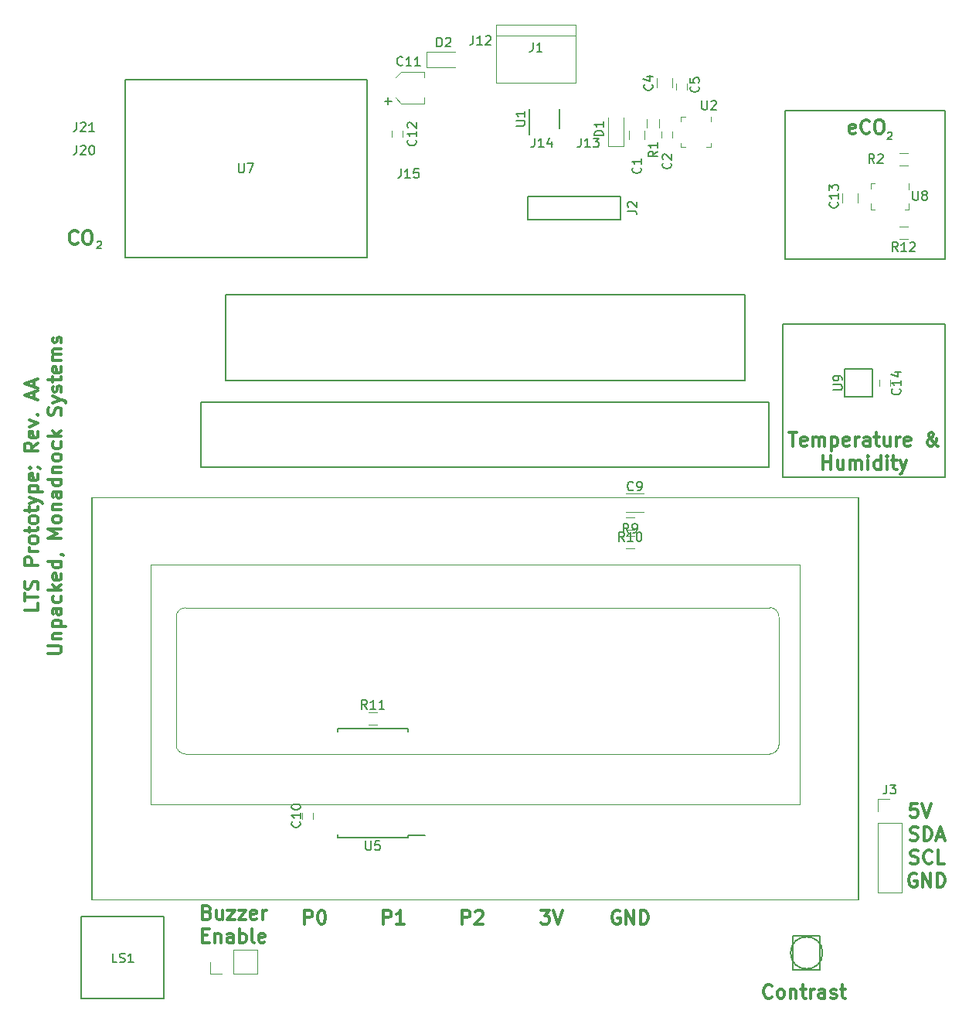
<source format=gbr>
G04 #@! TF.FileFunction,Legend,Top*
%FSLAX46Y46*%
G04 Gerber Fmt 4.6, Leading zero omitted, Abs format (unit mm)*
G04 Created by KiCad (PCBNEW 4.0.7) date Fri Feb 16 14:45:17 2018*
%MOMM*%
%LPD*%
G01*
G04 APERTURE LIST*
%ADD10C,0.100000*%
%ADD11C,0.300000*%
%ADD12C,0.200000*%
%ADD13C,0.190500*%
%ADD14C,0.150000*%
%ADD15C,0.120000*%
G04 APERTURE END LIST*
D10*
D11*
X95161571Y-92593427D02*
X95161571Y-93307713D01*
X93661571Y-93307713D01*
X93661571Y-92307713D02*
X93661571Y-91450570D01*
X95161571Y-91879141D02*
X93661571Y-91879141D01*
X95090143Y-91021999D02*
X95161571Y-90807713D01*
X95161571Y-90450570D01*
X95090143Y-90307713D01*
X95018714Y-90236284D01*
X94875857Y-90164856D01*
X94733000Y-90164856D01*
X94590143Y-90236284D01*
X94518714Y-90307713D01*
X94447286Y-90450570D01*
X94375857Y-90736284D01*
X94304429Y-90879142D01*
X94233000Y-90950570D01*
X94090143Y-91021999D01*
X93947286Y-91021999D01*
X93804429Y-90950570D01*
X93733000Y-90879142D01*
X93661571Y-90736284D01*
X93661571Y-90379142D01*
X93733000Y-90164856D01*
X95161571Y-88379142D02*
X93661571Y-88379142D01*
X93661571Y-87807714D01*
X93733000Y-87664856D01*
X93804429Y-87593428D01*
X93947286Y-87521999D01*
X94161571Y-87521999D01*
X94304429Y-87593428D01*
X94375857Y-87664856D01*
X94447286Y-87807714D01*
X94447286Y-88379142D01*
X95161571Y-86879142D02*
X94161571Y-86879142D01*
X94447286Y-86879142D02*
X94304429Y-86807714D01*
X94233000Y-86736285D01*
X94161571Y-86593428D01*
X94161571Y-86450571D01*
X95161571Y-85736285D02*
X95090143Y-85879143D01*
X95018714Y-85950571D01*
X94875857Y-86022000D01*
X94447286Y-86022000D01*
X94304429Y-85950571D01*
X94233000Y-85879143D01*
X94161571Y-85736285D01*
X94161571Y-85522000D01*
X94233000Y-85379143D01*
X94304429Y-85307714D01*
X94447286Y-85236285D01*
X94875857Y-85236285D01*
X95018714Y-85307714D01*
X95090143Y-85379143D01*
X95161571Y-85522000D01*
X95161571Y-85736285D01*
X94161571Y-84807714D02*
X94161571Y-84236285D01*
X93661571Y-84593428D02*
X94947286Y-84593428D01*
X95090143Y-84522000D01*
X95161571Y-84379142D01*
X95161571Y-84236285D01*
X95161571Y-83521999D02*
X95090143Y-83664857D01*
X95018714Y-83736285D01*
X94875857Y-83807714D01*
X94447286Y-83807714D01*
X94304429Y-83736285D01*
X94233000Y-83664857D01*
X94161571Y-83521999D01*
X94161571Y-83307714D01*
X94233000Y-83164857D01*
X94304429Y-83093428D01*
X94447286Y-83021999D01*
X94875857Y-83021999D01*
X95018714Y-83093428D01*
X95090143Y-83164857D01*
X95161571Y-83307714D01*
X95161571Y-83521999D01*
X94161571Y-82593428D02*
X94161571Y-82021999D01*
X93661571Y-82379142D02*
X94947286Y-82379142D01*
X95090143Y-82307714D01*
X95161571Y-82164856D01*
X95161571Y-82021999D01*
X94161571Y-81664856D02*
X95161571Y-81307713D01*
X94161571Y-80950571D02*
X95161571Y-81307713D01*
X95518714Y-81450571D01*
X95590143Y-81521999D01*
X95661571Y-81664856D01*
X94161571Y-80379142D02*
X95661571Y-80379142D01*
X94233000Y-80379142D02*
X94161571Y-80236285D01*
X94161571Y-79950571D01*
X94233000Y-79807714D01*
X94304429Y-79736285D01*
X94447286Y-79664856D01*
X94875857Y-79664856D01*
X95018714Y-79736285D01*
X95090143Y-79807714D01*
X95161571Y-79950571D01*
X95161571Y-80236285D01*
X95090143Y-80379142D01*
X95090143Y-78450571D02*
X95161571Y-78593428D01*
X95161571Y-78879142D01*
X95090143Y-79021999D01*
X94947286Y-79093428D01*
X94375857Y-79093428D01*
X94233000Y-79021999D01*
X94161571Y-78879142D01*
X94161571Y-78593428D01*
X94233000Y-78450571D01*
X94375857Y-78379142D01*
X94518714Y-78379142D01*
X94661571Y-79093428D01*
X95090143Y-77664857D02*
X95161571Y-77664857D01*
X95304429Y-77736285D01*
X95375857Y-77807714D01*
X94233000Y-77736285D02*
X94304429Y-77664857D01*
X94375857Y-77736285D01*
X94304429Y-77807714D01*
X94233000Y-77736285D01*
X94375857Y-77736285D01*
X95161571Y-75021999D02*
X94447286Y-75521999D01*
X95161571Y-75879142D02*
X93661571Y-75879142D01*
X93661571Y-75307714D01*
X93733000Y-75164856D01*
X93804429Y-75093428D01*
X93947286Y-75021999D01*
X94161571Y-75021999D01*
X94304429Y-75093428D01*
X94375857Y-75164856D01*
X94447286Y-75307714D01*
X94447286Y-75879142D01*
X95090143Y-73807714D02*
X95161571Y-73950571D01*
X95161571Y-74236285D01*
X95090143Y-74379142D01*
X94947286Y-74450571D01*
X94375857Y-74450571D01*
X94233000Y-74379142D01*
X94161571Y-74236285D01*
X94161571Y-73950571D01*
X94233000Y-73807714D01*
X94375857Y-73736285D01*
X94518714Y-73736285D01*
X94661571Y-74450571D01*
X94161571Y-73236285D02*
X95161571Y-72879142D01*
X94161571Y-72522000D01*
X95018714Y-71950571D02*
X95090143Y-71879143D01*
X95161571Y-71950571D01*
X95090143Y-72022000D01*
X95018714Y-71950571D01*
X95161571Y-71950571D01*
X94733000Y-70164857D02*
X94733000Y-69450571D01*
X95161571Y-70307714D02*
X93661571Y-69807714D01*
X95161571Y-69307714D01*
X94733000Y-68879143D02*
X94733000Y-68164857D01*
X95161571Y-69022000D02*
X93661571Y-68522000D01*
X95161571Y-68022000D01*
X96211571Y-98057715D02*
X97425857Y-98057715D01*
X97568714Y-97986287D01*
X97640143Y-97914858D01*
X97711571Y-97772001D01*
X97711571Y-97486287D01*
X97640143Y-97343429D01*
X97568714Y-97272001D01*
X97425857Y-97200572D01*
X96211571Y-97200572D01*
X96711571Y-96486286D02*
X97711571Y-96486286D01*
X96854429Y-96486286D02*
X96783000Y-96414858D01*
X96711571Y-96272000D01*
X96711571Y-96057715D01*
X96783000Y-95914858D01*
X96925857Y-95843429D01*
X97711571Y-95843429D01*
X96711571Y-95129143D02*
X98211571Y-95129143D01*
X96783000Y-95129143D02*
X96711571Y-94986286D01*
X96711571Y-94700572D01*
X96783000Y-94557715D01*
X96854429Y-94486286D01*
X96997286Y-94414857D01*
X97425857Y-94414857D01*
X97568714Y-94486286D01*
X97640143Y-94557715D01*
X97711571Y-94700572D01*
X97711571Y-94986286D01*
X97640143Y-95129143D01*
X97711571Y-93129143D02*
X96925857Y-93129143D01*
X96783000Y-93200572D01*
X96711571Y-93343429D01*
X96711571Y-93629143D01*
X96783000Y-93772000D01*
X97640143Y-93129143D02*
X97711571Y-93272000D01*
X97711571Y-93629143D01*
X97640143Y-93772000D01*
X97497286Y-93843429D01*
X97354429Y-93843429D01*
X97211571Y-93772000D01*
X97140143Y-93629143D01*
X97140143Y-93272000D01*
X97068714Y-93129143D01*
X97640143Y-91772000D02*
X97711571Y-91914857D01*
X97711571Y-92200571D01*
X97640143Y-92343429D01*
X97568714Y-92414857D01*
X97425857Y-92486286D01*
X96997286Y-92486286D01*
X96854429Y-92414857D01*
X96783000Y-92343429D01*
X96711571Y-92200571D01*
X96711571Y-91914857D01*
X96783000Y-91772000D01*
X97711571Y-91129143D02*
X96211571Y-91129143D01*
X97140143Y-90986286D02*
X97711571Y-90557715D01*
X96711571Y-90557715D02*
X97283000Y-91129143D01*
X97640143Y-89343429D02*
X97711571Y-89486286D01*
X97711571Y-89772000D01*
X97640143Y-89914857D01*
X97497286Y-89986286D01*
X96925857Y-89986286D01*
X96783000Y-89914857D01*
X96711571Y-89772000D01*
X96711571Y-89486286D01*
X96783000Y-89343429D01*
X96925857Y-89272000D01*
X97068714Y-89272000D01*
X97211571Y-89986286D01*
X97711571Y-87986286D02*
X96211571Y-87986286D01*
X97640143Y-87986286D02*
X97711571Y-88129143D01*
X97711571Y-88414857D01*
X97640143Y-88557715D01*
X97568714Y-88629143D01*
X97425857Y-88700572D01*
X96997286Y-88700572D01*
X96854429Y-88629143D01*
X96783000Y-88557715D01*
X96711571Y-88414857D01*
X96711571Y-88129143D01*
X96783000Y-87986286D01*
X97640143Y-87200572D02*
X97711571Y-87200572D01*
X97854429Y-87272000D01*
X97925857Y-87343429D01*
X97711571Y-85414857D02*
X96211571Y-85414857D01*
X97283000Y-84914857D01*
X96211571Y-84414857D01*
X97711571Y-84414857D01*
X97711571Y-83486285D02*
X97640143Y-83629143D01*
X97568714Y-83700571D01*
X97425857Y-83772000D01*
X96997286Y-83772000D01*
X96854429Y-83700571D01*
X96783000Y-83629143D01*
X96711571Y-83486285D01*
X96711571Y-83272000D01*
X96783000Y-83129143D01*
X96854429Y-83057714D01*
X96997286Y-82986285D01*
X97425857Y-82986285D01*
X97568714Y-83057714D01*
X97640143Y-83129143D01*
X97711571Y-83272000D01*
X97711571Y-83486285D01*
X96711571Y-82343428D02*
X97711571Y-82343428D01*
X96854429Y-82343428D02*
X96783000Y-82272000D01*
X96711571Y-82129142D01*
X96711571Y-81914857D01*
X96783000Y-81772000D01*
X96925857Y-81700571D01*
X97711571Y-81700571D01*
X97711571Y-80343428D02*
X96925857Y-80343428D01*
X96783000Y-80414857D01*
X96711571Y-80557714D01*
X96711571Y-80843428D01*
X96783000Y-80986285D01*
X97640143Y-80343428D02*
X97711571Y-80486285D01*
X97711571Y-80843428D01*
X97640143Y-80986285D01*
X97497286Y-81057714D01*
X97354429Y-81057714D01*
X97211571Y-80986285D01*
X97140143Y-80843428D01*
X97140143Y-80486285D01*
X97068714Y-80343428D01*
X97711571Y-78986285D02*
X96211571Y-78986285D01*
X97640143Y-78986285D02*
X97711571Y-79129142D01*
X97711571Y-79414856D01*
X97640143Y-79557714D01*
X97568714Y-79629142D01*
X97425857Y-79700571D01*
X96997286Y-79700571D01*
X96854429Y-79629142D01*
X96783000Y-79557714D01*
X96711571Y-79414856D01*
X96711571Y-79129142D01*
X96783000Y-78986285D01*
X96711571Y-78271999D02*
X97711571Y-78271999D01*
X96854429Y-78271999D02*
X96783000Y-78200571D01*
X96711571Y-78057713D01*
X96711571Y-77843428D01*
X96783000Y-77700571D01*
X96925857Y-77629142D01*
X97711571Y-77629142D01*
X97711571Y-76700570D02*
X97640143Y-76843428D01*
X97568714Y-76914856D01*
X97425857Y-76986285D01*
X96997286Y-76986285D01*
X96854429Y-76914856D01*
X96783000Y-76843428D01*
X96711571Y-76700570D01*
X96711571Y-76486285D01*
X96783000Y-76343428D01*
X96854429Y-76271999D01*
X96997286Y-76200570D01*
X97425857Y-76200570D01*
X97568714Y-76271999D01*
X97640143Y-76343428D01*
X97711571Y-76486285D01*
X97711571Y-76700570D01*
X97640143Y-74914856D02*
X97711571Y-75057713D01*
X97711571Y-75343427D01*
X97640143Y-75486285D01*
X97568714Y-75557713D01*
X97425857Y-75629142D01*
X96997286Y-75629142D01*
X96854429Y-75557713D01*
X96783000Y-75486285D01*
X96711571Y-75343427D01*
X96711571Y-75057713D01*
X96783000Y-74914856D01*
X97711571Y-74271999D02*
X96211571Y-74271999D01*
X97140143Y-74129142D02*
X97711571Y-73700571D01*
X96711571Y-73700571D02*
X97283000Y-74271999D01*
X97640143Y-71986285D02*
X97711571Y-71771999D01*
X97711571Y-71414856D01*
X97640143Y-71271999D01*
X97568714Y-71200570D01*
X97425857Y-71129142D01*
X97283000Y-71129142D01*
X97140143Y-71200570D01*
X97068714Y-71271999D01*
X96997286Y-71414856D01*
X96925857Y-71700570D01*
X96854429Y-71843428D01*
X96783000Y-71914856D01*
X96640143Y-71986285D01*
X96497286Y-71986285D01*
X96354429Y-71914856D01*
X96283000Y-71843428D01*
X96211571Y-71700570D01*
X96211571Y-71343428D01*
X96283000Y-71129142D01*
X96711571Y-70629142D02*
X97711571Y-70271999D01*
X96711571Y-69914857D02*
X97711571Y-70271999D01*
X98068714Y-70414857D01*
X98140143Y-70486285D01*
X98211571Y-70629142D01*
X97640143Y-69414857D02*
X97711571Y-69272000D01*
X97711571Y-68986285D01*
X97640143Y-68843428D01*
X97497286Y-68772000D01*
X97425857Y-68772000D01*
X97283000Y-68843428D01*
X97211571Y-68986285D01*
X97211571Y-69200571D01*
X97140143Y-69343428D01*
X96997286Y-69414857D01*
X96925857Y-69414857D01*
X96783000Y-69343428D01*
X96711571Y-69200571D01*
X96711571Y-68986285D01*
X96783000Y-68843428D01*
X96711571Y-68343428D02*
X96711571Y-67771999D01*
X96211571Y-68129142D02*
X97497286Y-68129142D01*
X97640143Y-68057714D01*
X97711571Y-67914856D01*
X97711571Y-67771999D01*
X97640143Y-66700571D02*
X97711571Y-66843428D01*
X97711571Y-67129142D01*
X97640143Y-67271999D01*
X97497286Y-67343428D01*
X96925857Y-67343428D01*
X96783000Y-67271999D01*
X96711571Y-67129142D01*
X96711571Y-66843428D01*
X96783000Y-66700571D01*
X96925857Y-66629142D01*
X97068714Y-66629142D01*
X97211571Y-67343428D01*
X97711571Y-65986285D02*
X96711571Y-65986285D01*
X96854429Y-65986285D02*
X96783000Y-65914857D01*
X96711571Y-65771999D01*
X96711571Y-65557714D01*
X96783000Y-65414857D01*
X96925857Y-65343428D01*
X97711571Y-65343428D01*
X96925857Y-65343428D02*
X96783000Y-65271999D01*
X96711571Y-65129142D01*
X96711571Y-64914857D01*
X96783000Y-64771999D01*
X96925857Y-64700571D01*
X97711571Y-64700571D01*
X97640143Y-64057714D02*
X97711571Y-63914857D01*
X97711571Y-63629142D01*
X97640143Y-63486285D01*
X97497286Y-63414857D01*
X97425857Y-63414857D01*
X97283000Y-63486285D01*
X97211571Y-63629142D01*
X97211571Y-63843428D01*
X97140143Y-63986285D01*
X96997286Y-64057714D01*
X96925857Y-64057714D01*
X96783000Y-63986285D01*
X96711571Y-63843428D01*
X96711571Y-63629142D01*
X96783000Y-63486285D01*
D12*
X194564000Y-61976000D02*
X192786000Y-61976000D01*
X194564000Y-78740000D02*
X194564000Y-76454000D01*
X191262000Y-78740000D02*
X194564000Y-78740000D01*
X176784000Y-78740000D02*
X176784000Y-76454000D01*
X176784000Y-61976000D02*
X178308000Y-61976000D01*
D11*
X158877143Y-126250000D02*
X158734286Y-126178571D01*
X158520000Y-126178571D01*
X158305715Y-126250000D01*
X158162857Y-126392857D01*
X158091429Y-126535714D01*
X158020000Y-126821429D01*
X158020000Y-127035714D01*
X158091429Y-127321429D01*
X158162857Y-127464286D01*
X158305715Y-127607143D01*
X158520000Y-127678571D01*
X158662857Y-127678571D01*
X158877143Y-127607143D01*
X158948572Y-127535714D01*
X158948572Y-127035714D01*
X158662857Y-127035714D01*
X159591429Y-127678571D02*
X159591429Y-126178571D01*
X160448572Y-127678571D01*
X160448572Y-126178571D01*
X161162858Y-127678571D02*
X161162858Y-126178571D01*
X161520001Y-126178571D01*
X161734286Y-126250000D01*
X161877144Y-126392857D01*
X161948572Y-126535714D01*
X162020001Y-126821429D01*
X162020001Y-127035714D01*
X161948572Y-127321429D01*
X161877144Y-127464286D01*
X161734286Y-127607143D01*
X161520001Y-127678571D01*
X161162858Y-127678571D01*
X150241144Y-126178571D02*
X151169715Y-126178571D01*
X150669715Y-126750000D01*
X150884001Y-126750000D01*
X151026858Y-126821429D01*
X151098287Y-126892857D01*
X151169715Y-127035714D01*
X151169715Y-127392857D01*
X151098287Y-127535714D01*
X151026858Y-127607143D01*
X150884001Y-127678571D01*
X150455429Y-127678571D01*
X150312572Y-127607143D01*
X150241144Y-127535714D01*
X151598286Y-126178571D02*
X152098286Y-127678571D01*
X152598286Y-126178571D01*
X141640858Y-127678571D02*
X141640858Y-126178571D01*
X142212286Y-126178571D01*
X142355144Y-126250000D01*
X142426572Y-126321429D01*
X142498001Y-126464286D01*
X142498001Y-126678571D01*
X142426572Y-126821429D01*
X142355144Y-126892857D01*
X142212286Y-126964286D01*
X141640858Y-126964286D01*
X143069429Y-126321429D02*
X143140858Y-126250000D01*
X143283715Y-126178571D01*
X143640858Y-126178571D01*
X143783715Y-126250000D01*
X143855144Y-126321429D01*
X143926572Y-126464286D01*
X143926572Y-126607143D01*
X143855144Y-126821429D01*
X142998001Y-127678571D01*
X143926572Y-127678571D01*
X133004858Y-127678571D02*
X133004858Y-126178571D01*
X133576286Y-126178571D01*
X133719144Y-126250000D01*
X133790572Y-126321429D01*
X133862001Y-126464286D01*
X133862001Y-126678571D01*
X133790572Y-126821429D01*
X133719144Y-126892857D01*
X133576286Y-126964286D01*
X133004858Y-126964286D01*
X135290572Y-127678571D02*
X134433429Y-127678571D01*
X134862001Y-127678571D02*
X134862001Y-126178571D01*
X134719144Y-126392857D01*
X134576286Y-126535714D01*
X134433429Y-126607143D01*
X124368858Y-127678571D02*
X124368858Y-126178571D01*
X124940286Y-126178571D01*
X125083144Y-126250000D01*
X125154572Y-126321429D01*
X125226001Y-126464286D01*
X125226001Y-126678571D01*
X125154572Y-126821429D01*
X125083144Y-126892857D01*
X124940286Y-126964286D01*
X124368858Y-126964286D01*
X126154572Y-126178571D02*
X126297429Y-126178571D01*
X126440286Y-126250000D01*
X126511715Y-126321429D01*
X126583144Y-126464286D01*
X126654572Y-126750000D01*
X126654572Y-127107143D01*
X126583144Y-127392857D01*
X126511715Y-127535714D01*
X126440286Y-127607143D01*
X126297429Y-127678571D01*
X126154572Y-127678571D01*
X126011715Y-127607143D01*
X125940286Y-127535714D01*
X125868858Y-127392857D01*
X125797429Y-127107143D01*
X125797429Y-126750000D01*
X125868858Y-126464286D01*
X125940286Y-126321429D01*
X126011715Y-126250000D01*
X126154572Y-126178571D01*
D13*
X101636286Y-52995286D02*
X101672572Y-52959000D01*
X101745143Y-52922714D01*
X101926572Y-52922714D01*
X101999143Y-52959000D01*
X102035429Y-52995286D01*
X102071714Y-53067857D01*
X102071714Y-53140429D01*
X102035429Y-53249286D01*
X101600000Y-53684714D01*
X102071714Y-53684714D01*
D11*
X99500572Y-53113714D02*
X99429143Y-53185143D01*
X99214857Y-53256571D01*
X99072000Y-53256571D01*
X98857715Y-53185143D01*
X98714857Y-53042286D01*
X98643429Y-52899429D01*
X98572000Y-52613714D01*
X98572000Y-52399429D01*
X98643429Y-52113714D01*
X98714857Y-51970857D01*
X98857715Y-51828000D01*
X99072000Y-51756571D01*
X99214857Y-51756571D01*
X99429143Y-51828000D01*
X99500572Y-51899429D01*
X100429143Y-51756571D02*
X100714857Y-51756571D01*
X100857715Y-51828000D01*
X101000572Y-51970857D01*
X101072000Y-52256571D01*
X101072000Y-52756571D01*
X101000572Y-53042286D01*
X100857715Y-53185143D01*
X100714857Y-53256571D01*
X100429143Y-53256571D01*
X100286286Y-53185143D01*
X100143429Y-53042286D01*
X100072000Y-52756571D01*
X100072000Y-52256571D01*
X100143429Y-51970857D01*
X100286286Y-51828000D01*
X100429143Y-51756571D01*
D12*
X194564000Y-38608000D02*
X177038000Y-38608000D01*
X194564000Y-54864000D02*
X194564000Y-38608000D01*
X177038000Y-54864000D02*
X194564000Y-54864000D01*
X177038000Y-38608000D02*
X177038000Y-54864000D01*
D11*
X177424001Y-73849571D02*
X178281144Y-73849571D01*
X177852573Y-75349571D02*
X177852573Y-73849571D01*
X179352572Y-75278143D02*
X179209715Y-75349571D01*
X178924001Y-75349571D01*
X178781144Y-75278143D01*
X178709715Y-75135286D01*
X178709715Y-74563857D01*
X178781144Y-74421000D01*
X178924001Y-74349571D01*
X179209715Y-74349571D01*
X179352572Y-74421000D01*
X179424001Y-74563857D01*
X179424001Y-74706714D01*
X178709715Y-74849571D01*
X180066858Y-75349571D02*
X180066858Y-74349571D01*
X180066858Y-74492429D02*
X180138286Y-74421000D01*
X180281144Y-74349571D01*
X180495429Y-74349571D01*
X180638286Y-74421000D01*
X180709715Y-74563857D01*
X180709715Y-75349571D01*
X180709715Y-74563857D02*
X180781144Y-74421000D01*
X180924001Y-74349571D01*
X181138286Y-74349571D01*
X181281144Y-74421000D01*
X181352572Y-74563857D01*
X181352572Y-75349571D01*
X182066858Y-74349571D02*
X182066858Y-75849571D01*
X182066858Y-74421000D02*
X182209715Y-74349571D01*
X182495429Y-74349571D01*
X182638286Y-74421000D01*
X182709715Y-74492429D01*
X182781144Y-74635286D01*
X182781144Y-75063857D01*
X182709715Y-75206714D01*
X182638286Y-75278143D01*
X182495429Y-75349571D01*
X182209715Y-75349571D01*
X182066858Y-75278143D01*
X183995429Y-75278143D02*
X183852572Y-75349571D01*
X183566858Y-75349571D01*
X183424001Y-75278143D01*
X183352572Y-75135286D01*
X183352572Y-74563857D01*
X183424001Y-74421000D01*
X183566858Y-74349571D01*
X183852572Y-74349571D01*
X183995429Y-74421000D01*
X184066858Y-74563857D01*
X184066858Y-74706714D01*
X183352572Y-74849571D01*
X184709715Y-75349571D02*
X184709715Y-74349571D01*
X184709715Y-74635286D02*
X184781143Y-74492429D01*
X184852572Y-74421000D01*
X184995429Y-74349571D01*
X185138286Y-74349571D01*
X186281143Y-75349571D02*
X186281143Y-74563857D01*
X186209714Y-74421000D01*
X186066857Y-74349571D01*
X185781143Y-74349571D01*
X185638286Y-74421000D01*
X186281143Y-75278143D02*
X186138286Y-75349571D01*
X185781143Y-75349571D01*
X185638286Y-75278143D01*
X185566857Y-75135286D01*
X185566857Y-74992429D01*
X185638286Y-74849571D01*
X185781143Y-74778143D01*
X186138286Y-74778143D01*
X186281143Y-74706714D01*
X186781143Y-74349571D02*
X187352572Y-74349571D01*
X186995429Y-73849571D02*
X186995429Y-75135286D01*
X187066857Y-75278143D01*
X187209715Y-75349571D01*
X187352572Y-75349571D01*
X188495429Y-74349571D02*
X188495429Y-75349571D01*
X187852572Y-74349571D02*
X187852572Y-75135286D01*
X187924000Y-75278143D01*
X188066858Y-75349571D01*
X188281143Y-75349571D01*
X188424000Y-75278143D01*
X188495429Y-75206714D01*
X189209715Y-75349571D02*
X189209715Y-74349571D01*
X189209715Y-74635286D02*
X189281143Y-74492429D01*
X189352572Y-74421000D01*
X189495429Y-74349571D01*
X189638286Y-74349571D01*
X190709714Y-75278143D02*
X190566857Y-75349571D01*
X190281143Y-75349571D01*
X190138286Y-75278143D01*
X190066857Y-75135286D01*
X190066857Y-74563857D01*
X190138286Y-74421000D01*
X190281143Y-74349571D01*
X190566857Y-74349571D01*
X190709714Y-74421000D01*
X190781143Y-74563857D01*
X190781143Y-74706714D01*
X190066857Y-74849571D01*
X193781143Y-75349571D02*
X193709714Y-75349571D01*
X193566857Y-75278143D01*
X193352571Y-75063857D01*
X192995428Y-74635286D01*
X192852571Y-74421000D01*
X192781143Y-74206714D01*
X192781143Y-74063857D01*
X192852571Y-73921000D01*
X192995428Y-73849571D01*
X193066857Y-73849571D01*
X193209714Y-73921000D01*
X193281143Y-74063857D01*
X193281143Y-74135286D01*
X193209714Y-74278143D01*
X193138285Y-74349571D01*
X192709714Y-74635286D01*
X192638285Y-74706714D01*
X192566857Y-74849571D01*
X192566857Y-75063857D01*
X192638285Y-75206714D01*
X192709714Y-75278143D01*
X192852571Y-75349571D01*
X193066857Y-75349571D01*
X193209714Y-75278143D01*
X193281143Y-75206714D01*
X193495428Y-74921000D01*
X193566857Y-74706714D01*
X193566857Y-74563857D01*
X181174000Y-77899571D02*
X181174000Y-76399571D01*
X181174000Y-77113857D02*
X182031143Y-77113857D01*
X182031143Y-77899571D02*
X182031143Y-76399571D01*
X183388286Y-76899571D02*
X183388286Y-77899571D01*
X182745429Y-76899571D02*
X182745429Y-77685286D01*
X182816857Y-77828143D01*
X182959715Y-77899571D01*
X183174000Y-77899571D01*
X183316857Y-77828143D01*
X183388286Y-77756714D01*
X184102572Y-77899571D02*
X184102572Y-76899571D01*
X184102572Y-77042429D02*
X184174000Y-76971000D01*
X184316858Y-76899571D01*
X184531143Y-76899571D01*
X184674000Y-76971000D01*
X184745429Y-77113857D01*
X184745429Y-77899571D01*
X184745429Y-77113857D02*
X184816858Y-76971000D01*
X184959715Y-76899571D01*
X185174000Y-76899571D01*
X185316858Y-76971000D01*
X185388286Y-77113857D01*
X185388286Y-77899571D01*
X186102572Y-77899571D02*
X186102572Y-76899571D01*
X186102572Y-76399571D02*
X186031143Y-76471000D01*
X186102572Y-76542429D01*
X186174000Y-76471000D01*
X186102572Y-76399571D01*
X186102572Y-76542429D01*
X187459715Y-77899571D02*
X187459715Y-76399571D01*
X187459715Y-77828143D02*
X187316858Y-77899571D01*
X187031144Y-77899571D01*
X186888286Y-77828143D01*
X186816858Y-77756714D01*
X186745429Y-77613857D01*
X186745429Y-77185286D01*
X186816858Y-77042429D01*
X186888286Y-76971000D01*
X187031144Y-76899571D01*
X187316858Y-76899571D01*
X187459715Y-76971000D01*
X188174001Y-77899571D02*
X188174001Y-76899571D01*
X188174001Y-76399571D02*
X188102572Y-76471000D01*
X188174001Y-76542429D01*
X188245429Y-76471000D01*
X188174001Y-76399571D01*
X188174001Y-76542429D01*
X188674001Y-76899571D02*
X189245430Y-76899571D01*
X188888287Y-76399571D02*
X188888287Y-77685286D01*
X188959715Y-77828143D01*
X189102573Y-77899571D01*
X189245430Y-77899571D01*
X189602573Y-76899571D02*
X189959716Y-77899571D01*
X190316858Y-76899571D02*
X189959716Y-77899571D01*
X189816858Y-78256714D01*
X189745430Y-78328143D01*
X189602573Y-78399571D01*
D12*
X176784000Y-76454000D02*
X176784000Y-61976000D01*
X191262000Y-78740000D02*
X176784000Y-78740000D01*
X194564000Y-61976000D02*
X194564000Y-76454000D01*
X178308000Y-61976000D02*
X192786000Y-61976000D01*
D13*
X188250286Y-41057286D02*
X188286572Y-41021000D01*
X188359143Y-40984714D01*
X188540572Y-40984714D01*
X188613143Y-41021000D01*
X188649429Y-41057286D01*
X188685714Y-41129857D01*
X188685714Y-41202429D01*
X188649429Y-41311286D01*
X188214000Y-41746714D01*
X188685714Y-41746714D01*
D11*
X184678000Y-41069343D02*
X184535143Y-41140771D01*
X184249429Y-41140771D01*
X184106572Y-41069343D01*
X184035143Y-40926486D01*
X184035143Y-40355057D01*
X184106572Y-40212200D01*
X184249429Y-40140771D01*
X184535143Y-40140771D01*
X184678000Y-40212200D01*
X184749429Y-40355057D01*
X184749429Y-40497914D01*
X184035143Y-40640771D01*
X186249429Y-40997914D02*
X186178000Y-41069343D01*
X185963714Y-41140771D01*
X185820857Y-41140771D01*
X185606572Y-41069343D01*
X185463714Y-40926486D01*
X185392286Y-40783629D01*
X185320857Y-40497914D01*
X185320857Y-40283629D01*
X185392286Y-39997914D01*
X185463714Y-39855057D01*
X185606572Y-39712200D01*
X185820857Y-39640771D01*
X185963714Y-39640771D01*
X186178000Y-39712200D01*
X186249429Y-39783629D01*
X187178000Y-39640771D02*
X187463714Y-39640771D01*
X187606572Y-39712200D01*
X187749429Y-39855057D01*
X187820857Y-40140771D01*
X187820857Y-40640771D01*
X187749429Y-40926486D01*
X187606572Y-41069343D01*
X187463714Y-41140771D01*
X187178000Y-41140771D01*
X187035143Y-41069343D01*
X186892286Y-40926486D01*
X186820857Y-40640771D01*
X186820857Y-40140771D01*
X186892286Y-39855057D01*
X187035143Y-39712200D01*
X187178000Y-39640771D01*
X175570000Y-135663714D02*
X175498571Y-135735143D01*
X175284285Y-135806571D01*
X175141428Y-135806571D01*
X174927143Y-135735143D01*
X174784285Y-135592286D01*
X174712857Y-135449429D01*
X174641428Y-135163714D01*
X174641428Y-134949429D01*
X174712857Y-134663714D01*
X174784285Y-134520857D01*
X174927143Y-134378000D01*
X175141428Y-134306571D01*
X175284285Y-134306571D01*
X175498571Y-134378000D01*
X175570000Y-134449429D01*
X176427143Y-135806571D02*
X176284285Y-135735143D01*
X176212857Y-135663714D01*
X176141428Y-135520857D01*
X176141428Y-135092286D01*
X176212857Y-134949429D01*
X176284285Y-134878000D01*
X176427143Y-134806571D01*
X176641428Y-134806571D01*
X176784285Y-134878000D01*
X176855714Y-134949429D01*
X176927143Y-135092286D01*
X176927143Y-135520857D01*
X176855714Y-135663714D01*
X176784285Y-135735143D01*
X176641428Y-135806571D01*
X176427143Y-135806571D01*
X177570000Y-134806571D02*
X177570000Y-135806571D01*
X177570000Y-134949429D02*
X177641428Y-134878000D01*
X177784286Y-134806571D01*
X177998571Y-134806571D01*
X178141428Y-134878000D01*
X178212857Y-135020857D01*
X178212857Y-135806571D01*
X178712857Y-134806571D02*
X179284286Y-134806571D01*
X178927143Y-134306571D02*
X178927143Y-135592286D01*
X178998571Y-135735143D01*
X179141429Y-135806571D01*
X179284286Y-135806571D01*
X179784286Y-135806571D02*
X179784286Y-134806571D01*
X179784286Y-135092286D02*
X179855714Y-134949429D01*
X179927143Y-134878000D01*
X180070000Y-134806571D01*
X180212857Y-134806571D01*
X181355714Y-135806571D02*
X181355714Y-135020857D01*
X181284285Y-134878000D01*
X181141428Y-134806571D01*
X180855714Y-134806571D01*
X180712857Y-134878000D01*
X181355714Y-135735143D02*
X181212857Y-135806571D01*
X180855714Y-135806571D01*
X180712857Y-135735143D01*
X180641428Y-135592286D01*
X180641428Y-135449429D01*
X180712857Y-135306571D01*
X180855714Y-135235143D01*
X181212857Y-135235143D01*
X181355714Y-135163714D01*
X181998571Y-135735143D02*
X182141428Y-135806571D01*
X182427143Y-135806571D01*
X182570000Y-135735143D01*
X182641428Y-135592286D01*
X182641428Y-135520857D01*
X182570000Y-135378000D01*
X182427143Y-135306571D01*
X182212857Y-135306571D01*
X182070000Y-135235143D01*
X181998571Y-135092286D01*
X181998571Y-135020857D01*
X182070000Y-134878000D01*
X182212857Y-134806571D01*
X182427143Y-134806571D01*
X182570000Y-134878000D01*
X183070000Y-134806571D02*
X183641429Y-134806571D01*
X183284286Y-134306571D02*
X183284286Y-135592286D01*
X183355714Y-135735143D01*
X183498572Y-135806571D01*
X183641429Y-135806571D01*
X191389143Y-122186000D02*
X191246286Y-122114571D01*
X191032000Y-122114571D01*
X190817715Y-122186000D01*
X190674857Y-122328857D01*
X190603429Y-122471714D01*
X190532000Y-122757429D01*
X190532000Y-122971714D01*
X190603429Y-123257429D01*
X190674857Y-123400286D01*
X190817715Y-123543143D01*
X191032000Y-123614571D01*
X191174857Y-123614571D01*
X191389143Y-123543143D01*
X191460572Y-123471714D01*
X191460572Y-122971714D01*
X191174857Y-122971714D01*
X192103429Y-123614571D02*
X192103429Y-122114571D01*
X192960572Y-123614571D01*
X192960572Y-122114571D01*
X193674858Y-123614571D02*
X193674858Y-122114571D01*
X194032001Y-122114571D01*
X194246286Y-122186000D01*
X194389144Y-122328857D01*
X194460572Y-122471714D01*
X194532001Y-122757429D01*
X194532001Y-122971714D01*
X194460572Y-123257429D01*
X194389144Y-123400286D01*
X194246286Y-123543143D01*
X194032001Y-123614571D01*
X193674858Y-123614571D01*
X190746286Y-121003143D02*
X190960572Y-121074571D01*
X191317715Y-121074571D01*
X191460572Y-121003143D01*
X191532001Y-120931714D01*
X191603429Y-120788857D01*
X191603429Y-120646000D01*
X191532001Y-120503143D01*
X191460572Y-120431714D01*
X191317715Y-120360286D01*
X191032001Y-120288857D01*
X190889143Y-120217429D01*
X190817715Y-120146000D01*
X190746286Y-120003143D01*
X190746286Y-119860286D01*
X190817715Y-119717429D01*
X190889143Y-119646000D01*
X191032001Y-119574571D01*
X191389143Y-119574571D01*
X191603429Y-119646000D01*
X193103429Y-120931714D02*
X193032000Y-121003143D01*
X192817714Y-121074571D01*
X192674857Y-121074571D01*
X192460572Y-121003143D01*
X192317714Y-120860286D01*
X192246286Y-120717429D01*
X192174857Y-120431714D01*
X192174857Y-120217429D01*
X192246286Y-119931714D01*
X192317714Y-119788857D01*
X192460572Y-119646000D01*
X192674857Y-119574571D01*
X192817714Y-119574571D01*
X193032000Y-119646000D01*
X193103429Y-119717429D01*
X194460572Y-121074571D02*
X193746286Y-121074571D01*
X193746286Y-119574571D01*
X190710572Y-118463143D02*
X190924858Y-118534571D01*
X191282001Y-118534571D01*
X191424858Y-118463143D01*
X191496287Y-118391714D01*
X191567715Y-118248857D01*
X191567715Y-118106000D01*
X191496287Y-117963143D01*
X191424858Y-117891714D01*
X191282001Y-117820286D01*
X190996287Y-117748857D01*
X190853429Y-117677429D01*
X190782001Y-117606000D01*
X190710572Y-117463143D01*
X190710572Y-117320286D01*
X190782001Y-117177429D01*
X190853429Y-117106000D01*
X190996287Y-117034571D01*
X191353429Y-117034571D01*
X191567715Y-117106000D01*
X192210572Y-118534571D02*
X192210572Y-117034571D01*
X192567715Y-117034571D01*
X192782000Y-117106000D01*
X192924858Y-117248857D01*
X192996286Y-117391714D01*
X193067715Y-117677429D01*
X193067715Y-117891714D01*
X192996286Y-118177429D01*
X192924858Y-118320286D01*
X192782000Y-118463143D01*
X192567715Y-118534571D01*
X192210572Y-118534571D01*
X193639143Y-118106000D02*
X194353429Y-118106000D01*
X193496286Y-118534571D02*
X193996286Y-117034571D01*
X194496286Y-118534571D01*
X191484287Y-114494571D02*
X190770001Y-114494571D01*
X190698572Y-115208857D01*
X190770001Y-115137429D01*
X190912858Y-115066000D01*
X191270001Y-115066000D01*
X191412858Y-115137429D01*
X191484287Y-115208857D01*
X191555715Y-115351714D01*
X191555715Y-115708857D01*
X191484287Y-115851714D01*
X191412858Y-115923143D01*
X191270001Y-115994571D01*
X190912858Y-115994571D01*
X190770001Y-115923143D01*
X190698572Y-115851714D01*
X191984286Y-114494571D02*
X192484286Y-115994571D01*
X192984286Y-114494571D01*
X113693143Y-126379857D02*
X113907429Y-126451286D01*
X113978857Y-126522714D01*
X114050286Y-126665571D01*
X114050286Y-126879857D01*
X113978857Y-127022714D01*
X113907429Y-127094143D01*
X113764571Y-127165571D01*
X113193143Y-127165571D01*
X113193143Y-125665571D01*
X113693143Y-125665571D01*
X113836000Y-125737000D01*
X113907429Y-125808429D01*
X113978857Y-125951286D01*
X113978857Y-126094143D01*
X113907429Y-126237000D01*
X113836000Y-126308429D01*
X113693143Y-126379857D01*
X113193143Y-126379857D01*
X115336000Y-126165571D02*
X115336000Y-127165571D01*
X114693143Y-126165571D02*
X114693143Y-126951286D01*
X114764571Y-127094143D01*
X114907429Y-127165571D01*
X115121714Y-127165571D01*
X115264571Y-127094143D01*
X115336000Y-127022714D01*
X115907429Y-126165571D02*
X116693143Y-126165571D01*
X115907429Y-127165571D01*
X116693143Y-127165571D01*
X117121715Y-126165571D02*
X117907429Y-126165571D01*
X117121715Y-127165571D01*
X117907429Y-127165571D01*
X119050286Y-127094143D02*
X118907429Y-127165571D01*
X118621715Y-127165571D01*
X118478858Y-127094143D01*
X118407429Y-126951286D01*
X118407429Y-126379857D01*
X118478858Y-126237000D01*
X118621715Y-126165571D01*
X118907429Y-126165571D01*
X119050286Y-126237000D01*
X119121715Y-126379857D01*
X119121715Y-126522714D01*
X118407429Y-126665571D01*
X119764572Y-127165571D02*
X119764572Y-126165571D01*
X119764572Y-126451286D02*
X119836000Y-126308429D01*
X119907429Y-126237000D01*
X120050286Y-126165571D01*
X120193143Y-126165571D01*
X113193143Y-128929857D02*
X113693143Y-128929857D01*
X113907429Y-129715571D02*
X113193143Y-129715571D01*
X113193143Y-128215571D01*
X113907429Y-128215571D01*
X114550286Y-128715571D02*
X114550286Y-129715571D01*
X114550286Y-128858429D02*
X114621714Y-128787000D01*
X114764572Y-128715571D01*
X114978857Y-128715571D01*
X115121714Y-128787000D01*
X115193143Y-128929857D01*
X115193143Y-129715571D01*
X116550286Y-129715571D02*
X116550286Y-128929857D01*
X116478857Y-128787000D01*
X116336000Y-128715571D01*
X116050286Y-128715571D01*
X115907429Y-128787000D01*
X116550286Y-129644143D02*
X116407429Y-129715571D01*
X116050286Y-129715571D01*
X115907429Y-129644143D01*
X115836000Y-129501286D01*
X115836000Y-129358429D01*
X115907429Y-129215571D01*
X116050286Y-129144143D01*
X116407429Y-129144143D01*
X116550286Y-129072714D01*
X117264572Y-129715571D02*
X117264572Y-128215571D01*
X117264572Y-128787000D02*
X117407429Y-128715571D01*
X117693143Y-128715571D01*
X117836000Y-128787000D01*
X117907429Y-128858429D01*
X117978858Y-129001286D01*
X117978858Y-129429857D01*
X117907429Y-129572714D01*
X117836000Y-129644143D01*
X117693143Y-129715571D01*
X117407429Y-129715571D01*
X117264572Y-129644143D01*
X118836001Y-129715571D02*
X118693143Y-129644143D01*
X118621715Y-129501286D01*
X118621715Y-128215571D01*
X119978857Y-129644143D02*
X119836000Y-129715571D01*
X119550286Y-129715571D01*
X119407429Y-129644143D01*
X119336000Y-129501286D01*
X119336000Y-128929857D01*
X119407429Y-128787000D01*
X119550286Y-128715571D01*
X119836000Y-128715571D01*
X119978857Y-128787000D01*
X120050286Y-128929857D01*
X120050286Y-129072714D01*
X119336000Y-129215571D01*
D14*
X175209200Y-70535800D02*
X113030000Y-70535800D01*
X175209200Y-77647800D02*
X175209200Y-70535800D01*
X113030000Y-77647800D02*
X175209200Y-77647800D01*
X113030000Y-70535800D02*
X113030000Y-77647800D01*
D15*
X161528000Y-80514000D02*
X159528000Y-80514000D01*
X159528000Y-82554000D02*
X161528000Y-82554000D01*
X154057600Y-29218600D02*
X145357600Y-29218600D01*
X154057600Y-35628600D02*
X145357600Y-35628600D01*
X145357600Y-35628600D02*
X145357600Y-29218600D01*
X145357600Y-30448600D02*
X154057600Y-30448600D01*
X154057600Y-29218600D02*
X154057600Y-35628600D01*
D14*
X185052001Y-80968000D02*
X185052001Y-124968000D01*
X101052001Y-124968000D02*
X101052001Y-80968000D01*
D15*
X101052001Y-80968000D02*
X185052001Y-80968000D01*
X185052001Y-124968000D02*
X101052001Y-124968000D01*
X145822001Y-125026000D02*
X142822001Y-125026000D01*
X110292001Y-108058000D02*
X110292001Y-94058000D01*
X175322001Y-109058000D02*
X111322001Y-109058000D01*
X176322001Y-94058000D02*
X176322001Y-108058000D01*
X111322001Y-93058000D02*
X175322001Y-93058000D01*
X176317401Y-94035060D02*
G75*
G03X175316641Y-93034300I-1000760J0D01*
G01*
X175326641Y-109053760D02*
G75*
G03X176324861Y-108055540I0J998220D01*
G01*
X110288041Y-108065540D02*
G75*
G03X111286261Y-109063760I998220J0D01*
G01*
X111296261Y-93054300D02*
G75*
G03X110295501Y-94055060I0J-1000760D01*
G01*
X107452001Y-88318000D02*
X178652001Y-88318000D01*
X178652001Y-88318000D02*
X178652001Y-114618000D01*
X178652001Y-114618000D02*
X107452001Y-114618000D01*
X107452001Y-114618000D02*
X107452001Y-88318000D01*
X161632000Y-41800400D02*
X161632000Y-40800400D01*
X159932000Y-40800400D02*
X159932000Y-41800400D01*
X164684001Y-40884400D02*
X164684001Y-41584400D01*
X163484001Y-41584400D02*
X163484001Y-40884400D01*
X162954600Y-35110799D02*
X162954600Y-36110799D01*
X164654600Y-36110799D02*
X164654600Y-35110799D01*
X165033400Y-36341800D02*
X165033400Y-35641800D01*
X166233400Y-35641800D02*
X166233400Y-36341800D01*
X124114000Y-116174000D02*
X124114000Y-115474000D01*
X125314000Y-115474000D02*
X125314000Y-116174000D01*
X134907600Y-37848800D02*
X134297600Y-37238800D01*
X137467600Y-37848800D02*
X137467600Y-37238800D01*
X134927600Y-34408800D02*
X134327600Y-34998800D01*
X137467600Y-34408800D02*
X137467600Y-34998800D01*
X134907600Y-37848800D02*
X137447600Y-37848800D01*
X137467600Y-34408800D02*
X134927600Y-34408800D01*
X135067600Y-40848801D02*
X135067600Y-41548801D01*
X133867600Y-41548801D02*
X133867600Y-40848801D01*
X185001194Y-48680644D02*
X185001194Y-47680644D01*
X183301194Y-47680644D02*
X183301194Y-48680644D01*
X188560000Y-68103000D02*
X188560000Y-68803000D01*
X187360000Y-68803000D02*
X187360000Y-68103000D01*
X157646000Y-42540000D02*
X159346000Y-42540000D01*
X159346000Y-42540000D02*
X159346000Y-39390000D01*
X157646000Y-42540000D02*
X157646000Y-39390000D01*
X163240000Y-39530400D02*
X163240000Y-40530400D01*
X161880000Y-40530400D02*
X161880000Y-39530400D01*
X160520000Y-86532000D02*
X159520000Y-86532000D01*
X159520000Y-85172000D02*
X160520000Y-85172000D01*
X160520000Y-84500000D02*
X159520000Y-84500000D01*
X159520000Y-83140000D02*
X160520000Y-83140000D01*
X132326000Y-105836000D02*
X131326000Y-105836000D01*
X131326000Y-104476000D02*
X132326000Y-104476000D01*
X189492000Y-51364600D02*
X190492000Y-51364600D01*
X190492000Y-52724600D02*
X189492000Y-52724600D01*
D14*
X177808000Y-132713000D02*
X177808000Y-128963000D01*
X180808000Y-132713000D02*
X177808000Y-132713000D01*
X180808000Y-128963000D02*
X180808000Y-132713000D01*
X177808000Y-128963000D02*
X180808000Y-128963000D01*
X181108000Y-130838000D02*
G75*
G03X181108000Y-130838000I-1750000J0D01*
G01*
D15*
X168868200Y-42154204D02*
X168868200Y-42654204D01*
X168868200Y-42654204D02*
X168368200Y-42654204D01*
X165548200Y-39834204D02*
X165548200Y-39334204D01*
X165548200Y-39334204D02*
X166048200Y-39334204D01*
X165548200Y-42154204D02*
X165548200Y-42654204D01*
X165548200Y-42654204D02*
X166048200Y-42654204D01*
X168868200Y-39334204D02*
X168868200Y-39834204D01*
D14*
X135701000Y-118218000D02*
X135701000Y-117968000D01*
X127951000Y-118218000D02*
X127951000Y-117873000D01*
X127951000Y-106318000D02*
X127951000Y-106663000D01*
X135701000Y-106318000D02*
X135701000Y-106663000D01*
X135701000Y-118218000D02*
X127951000Y-118218000D01*
X135701000Y-106318000D02*
X127951000Y-106318000D01*
X135701000Y-117968000D02*
X137526000Y-117968000D01*
X186545000Y-69953000D02*
X183545000Y-69953000D01*
X186545000Y-66953000D02*
X186545000Y-69953000D01*
X183545000Y-66953000D02*
X186545000Y-66953000D01*
X183545000Y-69953000D02*
X183545000Y-66953000D01*
X104707599Y-35258800D02*
X104707599Y-54758800D01*
X131217599Y-35258800D02*
X131207599Y-54758800D01*
X131207599Y-35258800D02*
X104707599Y-35258800D01*
X131207599Y-54758800D02*
X104707599Y-54758800D01*
D15*
X137698400Y-32195400D02*
X137698400Y-33895400D01*
X137698400Y-33895400D02*
X140848400Y-33895400D01*
X137698400Y-32195400D02*
X140848400Y-32195400D01*
X119186000Y-133156000D02*
X119186000Y-130496000D01*
X116586000Y-133156000D02*
X119186000Y-133156000D01*
X116586000Y-130496000D02*
X119186000Y-130496000D01*
X116586000Y-133156000D02*
X116586000Y-130496000D01*
X115316000Y-133156000D02*
X113986000Y-133156000D01*
X113986000Y-133156000D02*
X113986000Y-131826000D01*
D14*
X172593000Y-58801000D02*
X115697000Y-58801000D01*
X172593000Y-68199000D02*
X172593000Y-58801000D01*
X115697000Y-68199000D02*
X172593000Y-68199000D01*
X115697000Y-58801000D02*
X115697000Y-68199000D01*
X99894000Y-135818000D02*
X99894000Y-126818000D01*
X108894000Y-135818000D02*
X99894000Y-135818000D01*
X108894000Y-126818000D02*
X108894000Y-135818000D01*
X99894000Y-126818000D02*
X108894000Y-126818000D01*
X148844000Y-48006000D02*
X159004000Y-48006000D01*
X148844000Y-50546000D02*
X148844000Y-48006000D01*
X159004000Y-50546000D02*
X148844000Y-50546000D01*
X159004000Y-48006000D02*
X159004000Y-50546000D01*
D15*
X187138000Y-124266000D02*
X189798000Y-124266000D01*
X187138000Y-116586000D02*
X187138000Y-124266000D01*
X189798000Y-116586000D02*
X189798000Y-124266000D01*
X187138000Y-116586000D02*
X189798000Y-116586000D01*
X187138000Y-115316000D02*
X187138000Y-113986000D01*
X187138000Y-113986000D02*
X188468000Y-113986000D01*
D14*
X152272000Y-40550000D02*
X152272000Y-38500000D01*
X148972000Y-41255000D02*
X148972000Y-38500000D01*
D10*
X186848000Y-46556000D02*
X186368000Y-46556000D01*
X186368000Y-46556000D02*
X186368000Y-47196000D01*
X190518000Y-46606000D02*
X190518000Y-47246000D01*
X186368000Y-48816000D02*
X186368000Y-49456000D01*
X186848000Y-49456000D02*
X186368000Y-49456000D01*
X190568000Y-48816000D02*
X190568000Y-49456000D01*
X190568000Y-49456000D02*
X190088000Y-49456000D01*
D15*
X189492000Y-43262000D02*
X190492000Y-43262000D01*
X190492000Y-44622000D02*
X189492000Y-44622000D01*
D14*
X160361334Y-80141143D02*
X160313715Y-80188762D01*
X160170858Y-80236381D01*
X160075620Y-80236381D01*
X159932762Y-80188762D01*
X159837524Y-80093524D01*
X159789905Y-79998286D01*
X159742286Y-79807810D01*
X159742286Y-79664952D01*
X159789905Y-79474476D01*
X159837524Y-79379238D01*
X159932762Y-79284000D01*
X160075620Y-79236381D01*
X160170858Y-79236381D01*
X160313715Y-79284000D01*
X160361334Y-79331619D01*
X160837524Y-80236381D02*
X161028000Y-80236381D01*
X161123239Y-80188762D01*
X161170858Y-80141143D01*
X161266096Y-79998286D01*
X161313715Y-79807810D01*
X161313715Y-79426857D01*
X161266096Y-79331619D01*
X161218477Y-79284000D01*
X161123239Y-79236381D01*
X160932762Y-79236381D01*
X160837524Y-79284000D01*
X160789905Y-79331619D01*
X160742286Y-79426857D01*
X160742286Y-79664952D01*
X160789905Y-79760190D01*
X160837524Y-79807810D01*
X160932762Y-79855429D01*
X161123239Y-79855429D01*
X161218477Y-79807810D01*
X161266096Y-79760190D01*
X161313715Y-79664952D01*
X149374267Y-31176981D02*
X149374267Y-31891267D01*
X149326647Y-32034124D01*
X149231409Y-32129362D01*
X149088552Y-32176981D01*
X148993314Y-32176981D01*
X150374267Y-32176981D02*
X149802838Y-32176981D01*
X150088552Y-32176981D02*
X150088552Y-31176981D01*
X149993314Y-31319838D01*
X149898076Y-31415076D01*
X149802838Y-31462695D01*
X161139143Y-44870666D02*
X161186762Y-44918285D01*
X161234381Y-45061142D01*
X161234381Y-45156380D01*
X161186762Y-45299238D01*
X161091524Y-45394476D01*
X160996286Y-45442095D01*
X160805810Y-45489714D01*
X160662952Y-45489714D01*
X160472476Y-45442095D01*
X160377238Y-45394476D01*
X160282000Y-45299238D01*
X160234381Y-45156380D01*
X160234381Y-45061142D01*
X160282000Y-44918285D01*
X160329619Y-44870666D01*
X161234381Y-43918285D02*
X161234381Y-44489714D01*
X161234381Y-44204000D02*
X160234381Y-44204000D01*
X160377238Y-44299238D01*
X160472476Y-44394476D01*
X160520095Y-44489714D01*
X164441143Y-44362666D02*
X164488762Y-44410285D01*
X164536381Y-44553142D01*
X164536381Y-44648380D01*
X164488762Y-44791238D01*
X164393524Y-44886476D01*
X164298286Y-44934095D01*
X164107810Y-44981714D01*
X163964952Y-44981714D01*
X163774476Y-44934095D01*
X163679238Y-44886476D01*
X163584000Y-44791238D01*
X163536381Y-44648380D01*
X163536381Y-44553142D01*
X163584000Y-44410285D01*
X163631619Y-44362666D01*
X163631619Y-43981714D02*
X163584000Y-43934095D01*
X163536381Y-43838857D01*
X163536381Y-43600761D01*
X163584000Y-43505523D01*
X163631619Y-43457904D01*
X163726857Y-43410285D01*
X163822095Y-43410285D01*
X163964952Y-43457904D01*
X164536381Y-44029333D01*
X164536381Y-43410285D01*
X162409143Y-35777465D02*
X162456762Y-35825084D01*
X162504381Y-35967941D01*
X162504381Y-36063179D01*
X162456762Y-36206037D01*
X162361524Y-36301275D01*
X162266286Y-36348894D01*
X162075810Y-36396513D01*
X161932952Y-36396513D01*
X161742476Y-36348894D01*
X161647238Y-36301275D01*
X161552000Y-36206037D01*
X161504381Y-36063179D01*
X161504381Y-35967941D01*
X161552000Y-35825084D01*
X161599619Y-35777465D01*
X161837714Y-34920322D02*
X162504381Y-34920322D01*
X161456762Y-35158418D02*
X162171048Y-35396513D01*
X162171048Y-34777465D01*
X167489143Y-35980666D02*
X167536762Y-36028285D01*
X167584381Y-36171142D01*
X167584381Y-36266380D01*
X167536762Y-36409238D01*
X167441524Y-36504476D01*
X167346286Y-36552095D01*
X167155810Y-36599714D01*
X167012952Y-36599714D01*
X166822476Y-36552095D01*
X166727238Y-36504476D01*
X166632000Y-36409238D01*
X166584381Y-36266380D01*
X166584381Y-36171142D01*
X166632000Y-36028285D01*
X166679619Y-35980666D01*
X166584381Y-35075904D02*
X166584381Y-35552095D01*
X167060571Y-35599714D01*
X167012952Y-35552095D01*
X166965333Y-35456857D01*
X166965333Y-35218761D01*
X167012952Y-35123523D01*
X167060571Y-35075904D01*
X167155810Y-35028285D01*
X167393905Y-35028285D01*
X167489143Y-35075904D01*
X167536762Y-35123523D01*
X167584381Y-35218761D01*
X167584381Y-35456857D01*
X167536762Y-35552095D01*
X167489143Y-35599714D01*
X123821143Y-116466857D02*
X123868762Y-116514476D01*
X123916381Y-116657333D01*
X123916381Y-116752571D01*
X123868762Y-116895429D01*
X123773524Y-116990667D01*
X123678286Y-117038286D01*
X123487810Y-117085905D01*
X123344952Y-117085905D01*
X123154476Y-117038286D01*
X123059238Y-116990667D01*
X122964000Y-116895429D01*
X122916381Y-116752571D01*
X122916381Y-116657333D01*
X122964000Y-116514476D01*
X123011619Y-116466857D01*
X123916381Y-115514476D02*
X123916381Y-116085905D01*
X123916381Y-115800191D02*
X122916381Y-115800191D01*
X123059238Y-115895429D01*
X123154476Y-115990667D01*
X123202095Y-116085905D01*
X122916381Y-114895429D02*
X122916381Y-114800190D01*
X122964000Y-114704952D01*
X123011619Y-114657333D01*
X123106857Y-114609714D01*
X123297333Y-114562095D01*
X123535429Y-114562095D01*
X123725905Y-114609714D01*
X123821143Y-114657333D01*
X123868762Y-114704952D01*
X123916381Y-114800190D01*
X123916381Y-114895429D01*
X123868762Y-114990667D01*
X123821143Y-115038286D01*
X123725905Y-115085905D01*
X123535429Y-115133524D01*
X123297333Y-115133524D01*
X123106857Y-115085905D01*
X123011619Y-115038286D01*
X122964000Y-114990667D01*
X122916381Y-114895429D01*
X135094743Y-33631143D02*
X135047124Y-33678762D01*
X134904267Y-33726381D01*
X134809029Y-33726381D01*
X134666171Y-33678762D01*
X134570933Y-33583524D01*
X134523314Y-33488286D01*
X134475695Y-33297810D01*
X134475695Y-33154952D01*
X134523314Y-32964476D01*
X134570933Y-32869238D01*
X134666171Y-32774000D01*
X134809029Y-32726381D01*
X134904267Y-32726381D01*
X135047124Y-32774000D01*
X135094743Y-32821619D01*
X136047124Y-33726381D02*
X135475695Y-33726381D01*
X135761409Y-33726381D02*
X135761409Y-32726381D01*
X135666171Y-32869238D01*
X135570933Y-32964476D01*
X135475695Y-33012095D01*
X136999505Y-33726381D02*
X136428076Y-33726381D01*
X136713790Y-33726381D02*
X136713790Y-32726381D01*
X136618552Y-32869238D01*
X136523314Y-32964476D01*
X136428076Y-33012095D01*
X133136648Y-37590229D02*
X133898553Y-37590229D01*
X133517601Y-37971181D02*
X133517601Y-37209276D01*
X136501143Y-41841658D02*
X136548762Y-41889277D01*
X136596381Y-42032134D01*
X136596381Y-42127372D01*
X136548762Y-42270230D01*
X136453524Y-42365468D01*
X136358286Y-42413087D01*
X136167810Y-42460706D01*
X136024952Y-42460706D01*
X135834476Y-42413087D01*
X135739238Y-42365468D01*
X135644000Y-42270230D01*
X135596381Y-42127372D01*
X135596381Y-42032134D01*
X135644000Y-41889277D01*
X135691619Y-41841658D01*
X136596381Y-40889277D02*
X136596381Y-41460706D01*
X136596381Y-41174992D02*
X135596381Y-41174992D01*
X135739238Y-41270230D01*
X135834476Y-41365468D01*
X135882095Y-41460706D01*
X135691619Y-40508325D02*
X135644000Y-40460706D01*
X135596381Y-40365468D01*
X135596381Y-40127372D01*
X135644000Y-40032134D01*
X135691619Y-39984515D01*
X135786857Y-39936896D01*
X135882095Y-39936896D01*
X136024952Y-39984515D01*
X136596381Y-40555944D01*
X136596381Y-39936896D01*
X182729143Y-48648857D02*
X182776762Y-48696476D01*
X182824381Y-48839333D01*
X182824381Y-48934571D01*
X182776762Y-49077429D01*
X182681524Y-49172667D01*
X182586286Y-49220286D01*
X182395810Y-49267905D01*
X182252952Y-49267905D01*
X182062476Y-49220286D01*
X181967238Y-49172667D01*
X181872000Y-49077429D01*
X181824381Y-48934571D01*
X181824381Y-48839333D01*
X181872000Y-48696476D01*
X181919619Y-48648857D01*
X182824381Y-47696476D02*
X182824381Y-48267905D01*
X182824381Y-47982191D02*
X181824381Y-47982191D01*
X181967238Y-48077429D01*
X182062476Y-48172667D01*
X182110095Y-48267905D01*
X181824381Y-47363143D02*
X181824381Y-46744095D01*
X182205333Y-47077429D01*
X182205333Y-46934571D01*
X182252952Y-46839333D01*
X182300571Y-46791714D01*
X182395810Y-46744095D01*
X182633905Y-46744095D01*
X182729143Y-46791714D01*
X182776762Y-46839333D01*
X182824381Y-46934571D01*
X182824381Y-47220286D01*
X182776762Y-47315524D01*
X182729143Y-47363143D01*
X189567143Y-69095857D02*
X189614762Y-69143476D01*
X189662381Y-69286333D01*
X189662381Y-69381571D01*
X189614762Y-69524429D01*
X189519524Y-69619667D01*
X189424286Y-69667286D01*
X189233810Y-69714905D01*
X189090952Y-69714905D01*
X188900476Y-69667286D01*
X188805238Y-69619667D01*
X188710000Y-69524429D01*
X188662381Y-69381571D01*
X188662381Y-69286333D01*
X188710000Y-69143476D01*
X188757619Y-69095857D01*
X189662381Y-68143476D02*
X189662381Y-68714905D01*
X189662381Y-68429191D02*
X188662381Y-68429191D01*
X188805238Y-68524429D01*
X188900476Y-68619667D01*
X188948095Y-68714905D01*
X188995714Y-67286333D02*
X189662381Y-67286333D01*
X188614762Y-67524429D02*
X189329048Y-67762524D01*
X189329048Y-67143476D01*
X157098381Y-41378095D02*
X156098381Y-41378095D01*
X156098381Y-41140000D01*
X156146000Y-40997142D01*
X156241238Y-40901904D01*
X156336476Y-40854285D01*
X156526952Y-40806666D01*
X156669810Y-40806666D01*
X156860286Y-40854285D01*
X156955524Y-40901904D01*
X157050762Y-40997142D01*
X157098381Y-41140000D01*
X157098381Y-41378095D01*
X157098381Y-39854285D02*
X157098381Y-40425714D01*
X157098381Y-40140000D02*
X156098381Y-40140000D01*
X156241238Y-40235238D01*
X156336476Y-40330476D01*
X156384095Y-40425714D01*
X163012381Y-43092666D02*
X162536190Y-43426000D01*
X163012381Y-43664095D02*
X162012381Y-43664095D01*
X162012381Y-43283142D01*
X162060000Y-43187904D01*
X162107619Y-43140285D01*
X162202857Y-43092666D01*
X162345714Y-43092666D01*
X162440952Y-43140285D01*
X162488571Y-43187904D01*
X162536190Y-43283142D01*
X162536190Y-43664095D01*
X163012381Y-42140285D02*
X163012381Y-42711714D01*
X163012381Y-42426000D02*
X162012381Y-42426000D01*
X162155238Y-42521238D01*
X162250476Y-42616476D01*
X162298095Y-42711714D01*
X159853334Y-84854381D02*
X159520000Y-84378190D01*
X159281905Y-84854381D02*
X159281905Y-83854381D01*
X159662858Y-83854381D01*
X159758096Y-83902000D01*
X159805715Y-83949619D01*
X159853334Y-84044857D01*
X159853334Y-84187714D01*
X159805715Y-84282952D01*
X159758096Y-84330571D01*
X159662858Y-84378190D01*
X159281905Y-84378190D01*
X160329524Y-84854381D02*
X160520000Y-84854381D01*
X160615239Y-84806762D01*
X160662858Y-84759143D01*
X160758096Y-84616286D01*
X160805715Y-84425810D01*
X160805715Y-84044857D01*
X160758096Y-83949619D01*
X160710477Y-83902000D01*
X160615239Y-83854381D01*
X160424762Y-83854381D01*
X160329524Y-83902000D01*
X160281905Y-83949619D01*
X160234286Y-84044857D01*
X160234286Y-84282952D01*
X160281905Y-84378190D01*
X160329524Y-84425810D01*
X160424762Y-84473429D01*
X160615239Y-84473429D01*
X160710477Y-84425810D01*
X160758096Y-84378190D01*
X160805715Y-84282952D01*
X159377143Y-85796381D02*
X159043809Y-85320190D01*
X158805714Y-85796381D02*
X158805714Y-84796381D01*
X159186667Y-84796381D01*
X159281905Y-84844000D01*
X159329524Y-84891619D01*
X159377143Y-84986857D01*
X159377143Y-85129714D01*
X159329524Y-85224952D01*
X159281905Y-85272571D01*
X159186667Y-85320190D01*
X158805714Y-85320190D01*
X160329524Y-85796381D02*
X159758095Y-85796381D01*
X160043809Y-85796381D02*
X160043809Y-84796381D01*
X159948571Y-84939238D01*
X159853333Y-85034476D01*
X159758095Y-85082095D01*
X160948571Y-84796381D02*
X161043810Y-84796381D01*
X161139048Y-84844000D01*
X161186667Y-84891619D01*
X161234286Y-84986857D01*
X161281905Y-85177333D01*
X161281905Y-85415429D01*
X161234286Y-85605905D01*
X161186667Y-85701143D01*
X161139048Y-85748762D01*
X161043810Y-85796381D01*
X160948571Y-85796381D01*
X160853333Y-85748762D01*
X160805714Y-85701143D01*
X160758095Y-85605905D01*
X160710476Y-85415429D01*
X160710476Y-85177333D01*
X160758095Y-84986857D01*
X160805714Y-84891619D01*
X160853333Y-84844000D01*
X160948571Y-84796381D01*
X131183143Y-104158381D02*
X130849809Y-103682190D01*
X130611714Y-104158381D02*
X130611714Y-103158381D01*
X130992667Y-103158381D01*
X131087905Y-103206000D01*
X131135524Y-103253619D01*
X131183143Y-103348857D01*
X131183143Y-103491714D01*
X131135524Y-103586952D01*
X131087905Y-103634571D01*
X130992667Y-103682190D01*
X130611714Y-103682190D01*
X132135524Y-104158381D02*
X131564095Y-104158381D01*
X131849809Y-104158381D02*
X131849809Y-103158381D01*
X131754571Y-103301238D01*
X131659333Y-103396476D01*
X131564095Y-103444095D01*
X133087905Y-104158381D02*
X132516476Y-104158381D01*
X132802190Y-104158381D02*
X132802190Y-103158381D01*
X132706952Y-103301238D01*
X132611714Y-103396476D01*
X132516476Y-103444095D01*
X189349143Y-54046381D02*
X189015809Y-53570190D01*
X188777714Y-54046381D02*
X188777714Y-53046381D01*
X189158667Y-53046381D01*
X189253905Y-53094000D01*
X189301524Y-53141619D01*
X189349143Y-53236857D01*
X189349143Y-53379714D01*
X189301524Y-53474952D01*
X189253905Y-53522571D01*
X189158667Y-53570190D01*
X188777714Y-53570190D01*
X190301524Y-54046381D02*
X189730095Y-54046381D01*
X190015809Y-54046381D02*
X190015809Y-53046381D01*
X189920571Y-53189238D01*
X189825333Y-53284476D01*
X189730095Y-53332095D01*
X190682476Y-53141619D02*
X190730095Y-53094000D01*
X190825333Y-53046381D01*
X191063429Y-53046381D01*
X191158667Y-53094000D01*
X191206286Y-53141619D01*
X191253905Y-53236857D01*
X191253905Y-53332095D01*
X191206286Y-53474952D01*
X190634857Y-54046381D01*
X191253905Y-54046381D01*
X167894095Y-37552381D02*
X167894095Y-38361905D01*
X167941714Y-38457143D01*
X167989333Y-38504762D01*
X168084571Y-38552381D01*
X168275048Y-38552381D01*
X168370286Y-38504762D01*
X168417905Y-38457143D01*
X168465524Y-38361905D01*
X168465524Y-37552381D01*
X168894095Y-37647619D02*
X168941714Y-37600000D01*
X169036952Y-37552381D01*
X169275048Y-37552381D01*
X169370286Y-37600000D01*
X169417905Y-37647619D01*
X169465524Y-37742857D01*
X169465524Y-37838095D01*
X169417905Y-37980952D01*
X168846476Y-38552381D01*
X169465524Y-38552381D01*
X131064095Y-118595381D02*
X131064095Y-119404905D01*
X131111714Y-119500143D01*
X131159333Y-119547762D01*
X131254571Y-119595381D01*
X131445048Y-119595381D01*
X131540286Y-119547762D01*
X131587905Y-119500143D01*
X131635524Y-119404905D01*
X131635524Y-118595381D01*
X132587905Y-118595381D02*
X132111714Y-118595381D01*
X132064095Y-119071571D01*
X132111714Y-119023952D01*
X132206952Y-118976333D01*
X132445048Y-118976333D01*
X132540286Y-119023952D01*
X132587905Y-119071571D01*
X132635524Y-119166810D01*
X132635524Y-119404905D01*
X132587905Y-119500143D01*
X132540286Y-119547762D01*
X132445048Y-119595381D01*
X132206952Y-119595381D01*
X132111714Y-119547762D01*
X132064095Y-119500143D01*
X182247381Y-69214905D02*
X183056905Y-69214905D01*
X183152143Y-69167286D01*
X183199762Y-69119667D01*
X183247381Y-69024429D01*
X183247381Y-68833952D01*
X183199762Y-68738714D01*
X183152143Y-68691095D01*
X183056905Y-68643476D01*
X182247381Y-68643476D01*
X183247381Y-68119667D02*
X183247381Y-67929191D01*
X183199762Y-67833952D01*
X183152143Y-67786333D01*
X183009286Y-67691095D01*
X182818810Y-67643476D01*
X182437857Y-67643476D01*
X182342619Y-67691095D01*
X182295000Y-67738714D01*
X182247381Y-67833952D01*
X182247381Y-68024429D01*
X182295000Y-68119667D01*
X182342619Y-68167286D01*
X182437857Y-68214905D01*
X182675952Y-68214905D01*
X182771190Y-68167286D01*
X182818810Y-68119667D01*
X182866429Y-68024429D01*
X182866429Y-67833952D01*
X182818810Y-67738714D01*
X182771190Y-67691095D01*
X182675952Y-67643476D01*
X117135694Y-44431181D02*
X117135694Y-45240705D01*
X117183313Y-45335943D01*
X117230932Y-45383562D01*
X117326170Y-45431181D01*
X117516647Y-45431181D01*
X117611885Y-45383562D01*
X117659504Y-45335943D01*
X117707123Y-45240705D01*
X117707123Y-44431181D01*
X118088075Y-44431181D02*
X118754742Y-44431181D01*
X118326170Y-45431181D01*
X138860305Y-31647781D02*
X138860305Y-30647781D01*
X139098400Y-30647781D01*
X139241258Y-30695400D01*
X139336496Y-30790638D01*
X139384115Y-30885876D01*
X139431734Y-31076352D01*
X139431734Y-31219210D01*
X139384115Y-31409686D01*
X139336496Y-31504924D01*
X139241258Y-31600162D01*
X139098400Y-31647781D01*
X138860305Y-31647781D01*
X139812686Y-30743019D02*
X139860305Y-30695400D01*
X139955543Y-30647781D01*
X140193639Y-30647781D01*
X140288877Y-30695400D01*
X140336496Y-30743019D01*
X140384115Y-30838257D01*
X140384115Y-30933495D01*
X140336496Y-31076352D01*
X139765067Y-31647781D01*
X140384115Y-31647781D01*
X103801143Y-131895381D02*
X103324952Y-131895381D01*
X103324952Y-130895381D01*
X104086857Y-131847762D02*
X104229714Y-131895381D01*
X104467810Y-131895381D01*
X104563048Y-131847762D01*
X104610667Y-131800143D01*
X104658286Y-131704905D01*
X104658286Y-131609667D01*
X104610667Y-131514429D01*
X104563048Y-131466810D01*
X104467810Y-131419190D01*
X104277333Y-131371571D01*
X104182095Y-131323952D01*
X104134476Y-131276333D01*
X104086857Y-131181095D01*
X104086857Y-131085857D01*
X104134476Y-130990619D01*
X104182095Y-130943000D01*
X104277333Y-130895381D01*
X104515429Y-130895381D01*
X104658286Y-130943000D01*
X105610667Y-131895381D02*
X105039238Y-131895381D01*
X105324952Y-131895381D02*
X105324952Y-130895381D01*
X105229714Y-131038238D01*
X105134476Y-131133476D01*
X105039238Y-131181095D01*
X159726381Y-49609333D02*
X160440667Y-49609333D01*
X160583524Y-49656953D01*
X160678762Y-49752191D01*
X160726381Y-49895048D01*
X160726381Y-49990286D01*
X159821619Y-49180762D02*
X159774000Y-49133143D01*
X159726381Y-49037905D01*
X159726381Y-48799809D01*
X159774000Y-48704571D01*
X159821619Y-48656952D01*
X159916857Y-48609333D01*
X160012095Y-48609333D01*
X160154952Y-48656952D01*
X160726381Y-49228381D01*
X160726381Y-48609333D01*
X188134667Y-112438381D02*
X188134667Y-113152667D01*
X188087047Y-113295524D01*
X187991809Y-113390762D01*
X187848952Y-113438381D01*
X187753714Y-113438381D01*
X188515619Y-112438381D02*
X189134667Y-112438381D01*
X188801333Y-112819333D01*
X188944191Y-112819333D01*
X189039429Y-112866952D01*
X189087048Y-112914571D01*
X189134667Y-113009810D01*
X189134667Y-113247905D01*
X189087048Y-113343143D01*
X189039429Y-113390762D01*
X188944191Y-113438381D01*
X188658476Y-113438381D01*
X188563238Y-113390762D01*
X188515619Y-113343143D01*
X142827477Y-30421581D02*
X142827477Y-31135867D01*
X142779857Y-31278724D01*
X142684619Y-31373962D01*
X142541762Y-31421581D01*
X142446524Y-31421581D01*
X143827477Y-31421581D02*
X143256048Y-31421581D01*
X143541762Y-31421581D02*
X143541762Y-30421581D01*
X143446524Y-30564438D01*
X143351286Y-30659676D01*
X143256048Y-30707295D01*
X144208429Y-30516819D02*
X144256048Y-30469200D01*
X144351286Y-30421581D01*
X144589382Y-30421581D01*
X144684620Y-30469200D01*
X144732239Y-30516819D01*
X144779858Y-30612057D01*
X144779858Y-30707295D01*
X144732239Y-30850152D01*
X144160810Y-31421581D01*
X144779858Y-31421581D01*
X154638477Y-41648381D02*
X154638477Y-42362667D01*
X154590857Y-42505524D01*
X154495619Y-42600762D01*
X154352762Y-42648381D01*
X154257524Y-42648381D01*
X155638477Y-42648381D02*
X155067048Y-42648381D01*
X155352762Y-42648381D02*
X155352762Y-41648381D01*
X155257524Y-41791238D01*
X155162286Y-41886476D01*
X155067048Y-41934095D01*
X155971810Y-41648381D02*
X156590858Y-41648381D01*
X156257524Y-42029333D01*
X156400382Y-42029333D01*
X156495620Y-42076952D01*
X156543239Y-42124571D01*
X156590858Y-42219810D01*
X156590858Y-42457905D01*
X156543239Y-42553143D01*
X156495620Y-42600762D01*
X156400382Y-42648381D01*
X156114667Y-42648381D01*
X156019429Y-42600762D01*
X155971810Y-42553143D01*
X149558477Y-41648381D02*
X149558477Y-42362667D01*
X149510857Y-42505524D01*
X149415619Y-42600762D01*
X149272762Y-42648381D01*
X149177524Y-42648381D01*
X150558477Y-42648381D02*
X149987048Y-42648381D01*
X150272762Y-42648381D02*
X150272762Y-41648381D01*
X150177524Y-41791238D01*
X150082286Y-41886476D01*
X149987048Y-41934095D01*
X151415620Y-41981714D02*
X151415620Y-42648381D01*
X151177524Y-41600762D02*
X150939429Y-42315048D01*
X151558477Y-42315048D01*
X134928077Y-45001181D02*
X134928077Y-45715467D01*
X134880457Y-45858324D01*
X134785219Y-45953562D01*
X134642362Y-46001181D01*
X134547124Y-46001181D01*
X135928077Y-46001181D02*
X135356648Y-46001181D01*
X135642362Y-46001181D02*
X135642362Y-45001181D01*
X135547124Y-45144038D01*
X135451886Y-45239276D01*
X135356648Y-45286895D01*
X136832839Y-45001181D02*
X136356648Y-45001181D01*
X136309029Y-45477371D01*
X136356648Y-45429752D01*
X136451886Y-45382133D01*
X136689982Y-45382133D01*
X136785220Y-45429752D01*
X136832839Y-45477371D01*
X136880458Y-45572610D01*
X136880458Y-45810705D01*
X136832839Y-45905943D01*
X136785220Y-45953562D01*
X136689982Y-46001181D01*
X136451886Y-46001181D01*
X136356648Y-45953562D01*
X136309029Y-45905943D01*
X99368077Y-42461181D02*
X99368077Y-43175467D01*
X99320457Y-43318324D01*
X99225219Y-43413562D01*
X99082362Y-43461181D01*
X98987124Y-43461181D01*
X99796648Y-42556419D02*
X99844267Y-42508800D01*
X99939505Y-42461181D01*
X100177601Y-42461181D01*
X100272839Y-42508800D01*
X100320458Y-42556419D01*
X100368077Y-42651657D01*
X100368077Y-42746895D01*
X100320458Y-42889752D01*
X99749029Y-43461181D01*
X100368077Y-43461181D01*
X100987124Y-42461181D02*
X101082363Y-42461181D01*
X101177601Y-42508800D01*
X101225220Y-42556419D01*
X101272839Y-42651657D01*
X101320458Y-42842133D01*
X101320458Y-43080229D01*
X101272839Y-43270705D01*
X101225220Y-43365943D01*
X101177601Y-43413562D01*
X101082363Y-43461181D01*
X100987124Y-43461181D01*
X100891886Y-43413562D01*
X100844267Y-43365943D01*
X100796648Y-43270705D01*
X100749029Y-43080229D01*
X100749029Y-42842133D01*
X100796648Y-42651657D01*
X100844267Y-42556419D01*
X100891886Y-42508800D01*
X100987124Y-42461181D01*
X99368077Y-39921181D02*
X99368077Y-40635467D01*
X99320457Y-40778324D01*
X99225219Y-40873562D01*
X99082362Y-40921181D01*
X98987124Y-40921181D01*
X99796648Y-40016419D02*
X99844267Y-39968800D01*
X99939505Y-39921181D01*
X100177601Y-39921181D01*
X100272839Y-39968800D01*
X100320458Y-40016419D01*
X100368077Y-40111657D01*
X100368077Y-40206895D01*
X100320458Y-40349752D01*
X99749029Y-40921181D01*
X100368077Y-40921181D01*
X101320458Y-40921181D02*
X100749029Y-40921181D01*
X101034743Y-40921181D02*
X101034743Y-39921181D01*
X100939505Y-40064038D01*
X100844267Y-40159276D01*
X100749029Y-40206895D01*
X147499381Y-40286905D02*
X148308905Y-40286905D01*
X148404143Y-40239286D01*
X148451762Y-40191667D01*
X148499381Y-40096429D01*
X148499381Y-39905952D01*
X148451762Y-39810714D01*
X148404143Y-39763095D01*
X148308905Y-39715476D01*
X147499381Y-39715476D01*
X148499381Y-38715476D02*
X148499381Y-39286905D01*
X148499381Y-39001191D02*
X147499381Y-39001191D01*
X147642238Y-39096429D01*
X147737476Y-39191667D01*
X147785095Y-39286905D01*
X191008095Y-47458381D02*
X191008095Y-48267905D01*
X191055714Y-48363143D01*
X191103333Y-48410762D01*
X191198571Y-48458381D01*
X191389048Y-48458381D01*
X191484286Y-48410762D01*
X191531905Y-48363143D01*
X191579524Y-48267905D01*
X191579524Y-47458381D01*
X192198571Y-47886952D02*
X192103333Y-47839333D01*
X192055714Y-47791714D01*
X192008095Y-47696476D01*
X192008095Y-47648857D01*
X192055714Y-47553619D01*
X192103333Y-47506000D01*
X192198571Y-47458381D01*
X192389048Y-47458381D01*
X192484286Y-47506000D01*
X192531905Y-47553619D01*
X192579524Y-47648857D01*
X192579524Y-47696476D01*
X192531905Y-47791714D01*
X192484286Y-47839333D01*
X192389048Y-47886952D01*
X192198571Y-47886952D01*
X192103333Y-47934571D01*
X192055714Y-47982190D01*
X192008095Y-48077429D01*
X192008095Y-48267905D01*
X192055714Y-48363143D01*
X192103333Y-48410762D01*
X192198571Y-48458381D01*
X192389048Y-48458381D01*
X192484286Y-48410762D01*
X192531905Y-48363143D01*
X192579524Y-48267905D01*
X192579524Y-48077429D01*
X192531905Y-47982190D01*
X192484286Y-47934571D01*
X192389048Y-47886952D01*
X186777334Y-44394381D02*
X186444000Y-43918190D01*
X186205905Y-44394381D02*
X186205905Y-43394381D01*
X186586858Y-43394381D01*
X186682096Y-43442000D01*
X186729715Y-43489619D01*
X186777334Y-43584857D01*
X186777334Y-43727714D01*
X186729715Y-43822952D01*
X186682096Y-43870571D01*
X186586858Y-43918190D01*
X186205905Y-43918190D01*
X187158286Y-43489619D02*
X187205905Y-43442000D01*
X187301143Y-43394381D01*
X187539239Y-43394381D01*
X187634477Y-43442000D01*
X187682096Y-43489619D01*
X187729715Y-43584857D01*
X187729715Y-43680095D01*
X187682096Y-43822952D01*
X187110667Y-44394381D01*
X187729715Y-44394381D01*
M02*

</source>
